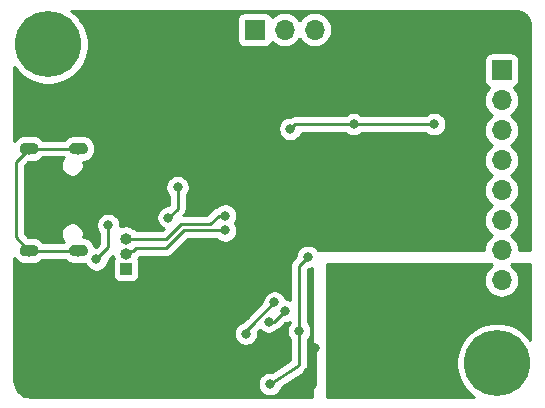
<source format=gbr>
G04 #@! TF.GenerationSoftware,KiCad,Pcbnew,(5.1.2-1)-1*
G04 #@! TF.CreationDate,2020-06-07T21:53:54+02:00*
G04 #@! TF.ProjectId,TeensyTest,5465656e-7379-4546-9573-742e6b696361,rev?*
G04 #@! TF.SameCoordinates,Original*
G04 #@! TF.FileFunction,Copper,L2,Bot*
G04 #@! TF.FilePolarity,Positive*
%FSLAX46Y46*%
G04 Gerber Fmt 4.6, Leading zero omitted, Abs format (unit mm)*
G04 Created by KiCad (PCBNEW (5.1.2-1)-1) date 2020-06-07 21:53:54*
%MOMM*%
%LPD*%
G04 APERTURE LIST*
%ADD10C,0.100000*%
%ADD11C,1.000000*%
%ADD12O,1.000000X1.000000*%
%ADD13R,1.000000X1.000000*%
%ADD14C,5.600000*%
%ADD15O,1.700000X1.700000*%
%ADD16R,1.700000X1.700000*%
%ADD17C,0.800000*%
%ADD18C,0.250000*%
%ADD19C,0.254000*%
G04 APERTURE END LIST*
D10*
G36*
X17849009Y-47682407D02*
G01*
X17897545Y-47689606D01*
X17945142Y-47701529D01*
X17991342Y-47718059D01*
X18035698Y-47739038D01*
X18077785Y-47764264D01*
X18117197Y-47793494D01*
X18153553Y-47826446D01*
X18186505Y-47862802D01*
X18215735Y-47902214D01*
X18240961Y-47944301D01*
X18261940Y-47988657D01*
X18278470Y-48034857D01*
X18290393Y-48082454D01*
X18297592Y-48130990D01*
X18300000Y-48179999D01*
X18300000Y-48180001D01*
X18297592Y-48229010D01*
X18290393Y-48277546D01*
X18278470Y-48325143D01*
X18261940Y-48371343D01*
X18240961Y-48415699D01*
X18215735Y-48457786D01*
X18186505Y-48497198D01*
X18153553Y-48533554D01*
X18117197Y-48566506D01*
X18077785Y-48595736D01*
X18035698Y-48620962D01*
X17991342Y-48641941D01*
X17945142Y-48658471D01*
X17897545Y-48670394D01*
X17849009Y-48677593D01*
X17800000Y-48680001D01*
X17200000Y-48680001D01*
X17150991Y-48677593D01*
X17102455Y-48670394D01*
X17054858Y-48658471D01*
X17008658Y-48641941D01*
X16964302Y-48620962D01*
X16922215Y-48595736D01*
X16882803Y-48566506D01*
X16846447Y-48533554D01*
X16813495Y-48497198D01*
X16784265Y-48457786D01*
X16759039Y-48415699D01*
X16738060Y-48371343D01*
X16721530Y-48325143D01*
X16709607Y-48277546D01*
X16702408Y-48229010D01*
X16700000Y-48180001D01*
X16700000Y-48179999D01*
X16702408Y-48130990D01*
X16709607Y-48082454D01*
X16721530Y-48034857D01*
X16738060Y-47988657D01*
X16759039Y-47944301D01*
X16784265Y-47902214D01*
X16813495Y-47862802D01*
X16846447Y-47826446D01*
X16882803Y-47793494D01*
X16922215Y-47764264D01*
X16964302Y-47739038D01*
X17008658Y-47718059D01*
X17054858Y-47701529D01*
X17102455Y-47689606D01*
X17150991Y-47682407D01*
X17200000Y-47679999D01*
X17800000Y-47679999D01*
X17849009Y-47682407D01*
X17849009Y-47682407D01*
G37*
D11*
X17500000Y-48180000D03*
D10*
G36*
X17849009Y-56322407D02*
G01*
X17897545Y-56329606D01*
X17945142Y-56341529D01*
X17991342Y-56358059D01*
X18035698Y-56379038D01*
X18077785Y-56404264D01*
X18117197Y-56433494D01*
X18153553Y-56466446D01*
X18186505Y-56502802D01*
X18215735Y-56542214D01*
X18240961Y-56584301D01*
X18261940Y-56628657D01*
X18278470Y-56674857D01*
X18290393Y-56722454D01*
X18297592Y-56770990D01*
X18300000Y-56819999D01*
X18300000Y-56820001D01*
X18297592Y-56869010D01*
X18290393Y-56917546D01*
X18278470Y-56965143D01*
X18261940Y-57011343D01*
X18240961Y-57055699D01*
X18215735Y-57097786D01*
X18186505Y-57137198D01*
X18153553Y-57173554D01*
X18117197Y-57206506D01*
X18077785Y-57235736D01*
X18035698Y-57260962D01*
X17991342Y-57281941D01*
X17945142Y-57298471D01*
X17897545Y-57310394D01*
X17849009Y-57317593D01*
X17800000Y-57320001D01*
X17200000Y-57320001D01*
X17150991Y-57317593D01*
X17102455Y-57310394D01*
X17054858Y-57298471D01*
X17008658Y-57281941D01*
X16964302Y-57260962D01*
X16922215Y-57235736D01*
X16882803Y-57206506D01*
X16846447Y-57173554D01*
X16813495Y-57137198D01*
X16784265Y-57097786D01*
X16759039Y-57055699D01*
X16738060Y-57011343D01*
X16721530Y-56965143D01*
X16709607Y-56917546D01*
X16702408Y-56869010D01*
X16700000Y-56820001D01*
X16700000Y-56819999D01*
X16702408Y-56770990D01*
X16709607Y-56722454D01*
X16721530Y-56674857D01*
X16738060Y-56628657D01*
X16759039Y-56584301D01*
X16784265Y-56542214D01*
X16813495Y-56502802D01*
X16846447Y-56466446D01*
X16882803Y-56433494D01*
X16922215Y-56404264D01*
X16964302Y-56379038D01*
X17008658Y-56358059D01*
X17054858Y-56341529D01*
X17102455Y-56329606D01*
X17150991Y-56322407D01*
X17200000Y-56319999D01*
X17800000Y-56319999D01*
X17849009Y-56322407D01*
X17849009Y-56322407D01*
G37*
D11*
X17500000Y-56820000D03*
D10*
G36*
X22029009Y-56322407D02*
G01*
X22077545Y-56329606D01*
X22125142Y-56341529D01*
X22171342Y-56358059D01*
X22215698Y-56379038D01*
X22257785Y-56404264D01*
X22297197Y-56433494D01*
X22333553Y-56466446D01*
X22366505Y-56502802D01*
X22395735Y-56542214D01*
X22420961Y-56584301D01*
X22441940Y-56628657D01*
X22458470Y-56674857D01*
X22470393Y-56722454D01*
X22477592Y-56770990D01*
X22480000Y-56819999D01*
X22480000Y-56820001D01*
X22477592Y-56869010D01*
X22470393Y-56917546D01*
X22458470Y-56965143D01*
X22441940Y-57011343D01*
X22420961Y-57055699D01*
X22395735Y-57097786D01*
X22366505Y-57137198D01*
X22333553Y-57173554D01*
X22297197Y-57206506D01*
X22257785Y-57235736D01*
X22215698Y-57260962D01*
X22171342Y-57281941D01*
X22125142Y-57298471D01*
X22077545Y-57310394D01*
X22029009Y-57317593D01*
X21980000Y-57320001D01*
X21380000Y-57320001D01*
X21330991Y-57317593D01*
X21282455Y-57310394D01*
X21234858Y-57298471D01*
X21188658Y-57281941D01*
X21144302Y-57260962D01*
X21102215Y-57235736D01*
X21062803Y-57206506D01*
X21026447Y-57173554D01*
X20993495Y-57137198D01*
X20964265Y-57097786D01*
X20939039Y-57055699D01*
X20918060Y-57011343D01*
X20901530Y-56965143D01*
X20889607Y-56917546D01*
X20882408Y-56869010D01*
X20880000Y-56820001D01*
X20880000Y-56819999D01*
X20882408Y-56770990D01*
X20889607Y-56722454D01*
X20901530Y-56674857D01*
X20918060Y-56628657D01*
X20939039Y-56584301D01*
X20964265Y-56542214D01*
X20993495Y-56502802D01*
X21026447Y-56466446D01*
X21062803Y-56433494D01*
X21102215Y-56404264D01*
X21144302Y-56379038D01*
X21188658Y-56358059D01*
X21234858Y-56341529D01*
X21282455Y-56329606D01*
X21330991Y-56322407D01*
X21380000Y-56319999D01*
X21980000Y-56319999D01*
X22029009Y-56322407D01*
X22029009Y-56322407D01*
G37*
D11*
X21680000Y-56820000D03*
D10*
G36*
X22029009Y-47682407D02*
G01*
X22077545Y-47689606D01*
X22125142Y-47701529D01*
X22171342Y-47718059D01*
X22215698Y-47739038D01*
X22257785Y-47764264D01*
X22297197Y-47793494D01*
X22333553Y-47826446D01*
X22366505Y-47862802D01*
X22395735Y-47902214D01*
X22420961Y-47944301D01*
X22441940Y-47988657D01*
X22458470Y-48034857D01*
X22470393Y-48082454D01*
X22477592Y-48130990D01*
X22480000Y-48179999D01*
X22480000Y-48180001D01*
X22477592Y-48229010D01*
X22470393Y-48277546D01*
X22458470Y-48325143D01*
X22441940Y-48371343D01*
X22420961Y-48415699D01*
X22395735Y-48457786D01*
X22366505Y-48497198D01*
X22333553Y-48533554D01*
X22297197Y-48566506D01*
X22257785Y-48595736D01*
X22215698Y-48620962D01*
X22171342Y-48641941D01*
X22125142Y-48658471D01*
X22077545Y-48670394D01*
X22029009Y-48677593D01*
X21980000Y-48680001D01*
X21380000Y-48680001D01*
X21330991Y-48677593D01*
X21282455Y-48670394D01*
X21234858Y-48658471D01*
X21188658Y-48641941D01*
X21144302Y-48620962D01*
X21102215Y-48595736D01*
X21062803Y-48566506D01*
X21026447Y-48533554D01*
X20993495Y-48497198D01*
X20964265Y-48457786D01*
X20939039Y-48415699D01*
X20918060Y-48371343D01*
X20901530Y-48325143D01*
X20889607Y-48277546D01*
X20882408Y-48229010D01*
X20880000Y-48180001D01*
X20880000Y-48179999D01*
X20882408Y-48130990D01*
X20889607Y-48082454D01*
X20901530Y-48034857D01*
X20918060Y-47988657D01*
X20939039Y-47944301D01*
X20964265Y-47902214D01*
X20993495Y-47862802D01*
X21026447Y-47826446D01*
X21062803Y-47793494D01*
X21102215Y-47764264D01*
X21144302Y-47739038D01*
X21188658Y-47718059D01*
X21234858Y-47701529D01*
X21282455Y-47689606D01*
X21330991Y-47682407D01*
X21380000Y-47679999D01*
X21980000Y-47679999D01*
X22029009Y-47682407D01*
X22029009Y-47682407D01*
G37*
D11*
X21680000Y-48180000D03*
D12*
X25700000Y-55820000D03*
X25700000Y-57090000D03*
D13*
X25700000Y-58360000D03*
D14*
X57100000Y-66360000D03*
X19100000Y-39360000D03*
D15*
X41680000Y-38110000D03*
X39140000Y-38110000D03*
D16*
X36600000Y-38110000D03*
D15*
X57500000Y-59320000D03*
X57500000Y-56780000D03*
X57500000Y-54240000D03*
X57500000Y-51700000D03*
X57500000Y-49160000D03*
X57500000Y-46620000D03*
X57500000Y-44080000D03*
D16*
X57500000Y-41540000D03*
D17*
X28300000Y-43910000D03*
X31100000Y-46360000D03*
X26600000Y-44610000D03*
X28300000Y-42660000D03*
X26850000Y-42860000D03*
X35600000Y-61610000D03*
X49600000Y-48110000D03*
X29350000Y-65110000D03*
X28460000Y-48520000D03*
X32590000Y-43800000D03*
X41720000Y-65090000D03*
X41139999Y-67139999D03*
X27100000Y-57860000D03*
X34800000Y-56560000D03*
X51600000Y-65860000D03*
X51600000Y-67860000D03*
X44020000Y-65870000D03*
X30075000Y-51460000D03*
X29300000Y-54035000D03*
X40350000Y-63610000D03*
X41100000Y-57360000D03*
X37890000Y-68120000D03*
X39140000Y-61950000D03*
X37767660Y-62832340D03*
X38271168Y-61206723D03*
X35850000Y-63860000D03*
X34100000Y-55110000D03*
X34100000Y-53859987D03*
X39610000Y-46510000D03*
X44970000Y-46110000D03*
X51790000Y-46110000D03*
X24200000Y-54660000D03*
X23200000Y-57560000D03*
D18*
X41720000Y-65090000D02*
X41720000Y-67125683D01*
X41705684Y-67139999D02*
X41720000Y-67125683D01*
X41139999Y-67139999D02*
X41705684Y-67139999D01*
X41705684Y-67139999D02*
X41705684Y-68184316D01*
X41705684Y-68184316D02*
X41220000Y-68670000D01*
X30075000Y-52885000D02*
X30075000Y-51460000D01*
X30075000Y-53260000D02*
X30075000Y-52885000D01*
X29300000Y-54035000D02*
X30075000Y-53260000D01*
X17500000Y-48180000D02*
X21680000Y-48180000D01*
X17500000Y-56820000D02*
X21680000Y-56820000D01*
X17500000Y-48180000D02*
X16350000Y-49330000D01*
X16350000Y-55670000D02*
X17500000Y-56820000D01*
X16350000Y-49330000D02*
X16350000Y-55670000D01*
X41100000Y-57360000D02*
X40600000Y-57860000D01*
X40350000Y-58110000D02*
X40350000Y-63610000D01*
X40600000Y-57860000D02*
X40350000Y-58110000D01*
X40350000Y-65360000D02*
X40350000Y-63610000D01*
X40350000Y-66510000D02*
X40350000Y-65360000D01*
X37890000Y-68120000D02*
X40350000Y-66510000D01*
X39140000Y-61950000D02*
X38257660Y-62832340D01*
X38257660Y-62832340D02*
X37767660Y-62832340D01*
X36350000Y-63127891D02*
X38271168Y-61206723D01*
X36350000Y-63127891D02*
X36332109Y-63127891D01*
X36332109Y-63127891D02*
X36100000Y-63360000D01*
X36100000Y-63360000D02*
X35850000Y-63610000D01*
X26525000Y-56610000D02*
X29100000Y-56610000D01*
X30600000Y-55110000D02*
X34100000Y-55110000D01*
X29100000Y-56610000D02*
X30600000Y-55110000D01*
X26301040Y-56860000D02*
X25700000Y-56860000D01*
X26525000Y-56636040D02*
X26301040Y-56860000D01*
X26525000Y-56610000D02*
X26525000Y-56636040D01*
X30350000Y-54610000D02*
X32784302Y-54610000D01*
X29100000Y-55860000D02*
X30350000Y-54610000D01*
X33534315Y-53859987D02*
X34100000Y-53859987D01*
X32784302Y-54610000D02*
X33534315Y-53859987D01*
X25700000Y-55860000D02*
X29100000Y-55860000D01*
X40010000Y-46110000D02*
X44970000Y-46110000D01*
X39610000Y-46510000D02*
X40010000Y-46110000D01*
X44970000Y-46110000D02*
X51790000Y-46110000D01*
X24200000Y-54660000D02*
X24200000Y-55225685D01*
X24200000Y-56560000D02*
X23200000Y-57560000D01*
X24200000Y-55225685D02*
X24200000Y-56560000D01*
D19*
G36*
X58859659Y-36548625D02*
G01*
X59109429Y-36624035D01*
X59339792Y-36746522D01*
X59541980Y-36911422D01*
X59708286Y-37112450D01*
X59832378Y-37341954D01*
X59909531Y-37591195D01*
X59940000Y-37881089D01*
X59940001Y-56733000D01*
X58987556Y-56733000D01*
X58963513Y-56488889D01*
X58878599Y-56208966D01*
X58740706Y-55950986D01*
X58555134Y-55724866D01*
X58329014Y-55539294D01*
X58274209Y-55510000D01*
X58329014Y-55480706D01*
X58555134Y-55295134D01*
X58740706Y-55069014D01*
X58878599Y-54811034D01*
X58963513Y-54531111D01*
X58992185Y-54240000D01*
X58963513Y-53948889D01*
X58878599Y-53668966D01*
X58740706Y-53410986D01*
X58555134Y-53184866D01*
X58329014Y-52999294D01*
X58274209Y-52970000D01*
X58329014Y-52940706D01*
X58555134Y-52755134D01*
X58740706Y-52529014D01*
X58878599Y-52271034D01*
X58963513Y-51991111D01*
X58992185Y-51700000D01*
X58963513Y-51408889D01*
X58878599Y-51128966D01*
X58740706Y-50870986D01*
X58555134Y-50644866D01*
X58329014Y-50459294D01*
X58274209Y-50430000D01*
X58329014Y-50400706D01*
X58555134Y-50215134D01*
X58740706Y-49989014D01*
X58878599Y-49731034D01*
X58963513Y-49451111D01*
X58992185Y-49160000D01*
X58963513Y-48868889D01*
X58878599Y-48588966D01*
X58740706Y-48330986D01*
X58555134Y-48104866D01*
X58329014Y-47919294D01*
X58274209Y-47890000D01*
X58329014Y-47860706D01*
X58555134Y-47675134D01*
X58740706Y-47449014D01*
X58878599Y-47191034D01*
X58963513Y-46911111D01*
X58992185Y-46620000D01*
X58963513Y-46328889D01*
X58878599Y-46048966D01*
X58740706Y-45790986D01*
X58555134Y-45564866D01*
X58329014Y-45379294D01*
X58274209Y-45350000D01*
X58329014Y-45320706D01*
X58555134Y-45135134D01*
X58740706Y-44909014D01*
X58878599Y-44651034D01*
X58963513Y-44371111D01*
X58992185Y-44080000D01*
X58963513Y-43788889D01*
X58878599Y-43508966D01*
X58740706Y-43250986D01*
X58555134Y-43024866D01*
X58525313Y-43000393D01*
X58594180Y-42979502D01*
X58704494Y-42920537D01*
X58801185Y-42841185D01*
X58880537Y-42744494D01*
X58939502Y-42634180D01*
X58975812Y-42514482D01*
X58988072Y-42390000D01*
X58988072Y-40690000D01*
X58975812Y-40565518D01*
X58939502Y-40445820D01*
X58880537Y-40335506D01*
X58801185Y-40238815D01*
X58704494Y-40159463D01*
X58594180Y-40100498D01*
X58474482Y-40064188D01*
X58350000Y-40051928D01*
X56650000Y-40051928D01*
X56525518Y-40064188D01*
X56405820Y-40100498D01*
X56295506Y-40159463D01*
X56198815Y-40238815D01*
X56119463Y-40335506D01*
X56060498Y-40445820D01*
X56024188Y-40565518D01*
X56011928Y-40690000D01*
X56011928Y-42390000D01*
X56024188Y-42514482D01*
X56060498Y-42634180D01*
X56119463Y-42744494D01*
X56198815Y-42841185D01*
X56295506Y-42920537D01*
X56405820Y-42979502D01*
X56474687Y-43000393D01*
X56444866Y-43024866D01*
X56259294Y-43250986D01*
X56121401Y-43508966D01*
X56036487Y-43788889D01*
X56007815Y-44080000D01*
X56036487Y-44371111D01*
X56121401Y-44651034D01*
X56259294Y-44909014D01*
X56444866Y-45135134D01*
X56670986Y-45320706D01*
X56725791Y-45350000D01*
X56670986Y-45379294D01*
X56444866Y-45564866D01*
X56259294Y-45790986D01*
X56121401Y-46048966D01*
X56036487Y-46328889D01*
X56007815Y-46620000D01*
X56036487Y-46911111D01*
X56121401Y-47191034D01*
X56259294Y-47449014D01*
X56444866Y-47675134D01*
X56670986Y-47860706D01*
X56725791Y-47890000D01*
X56670986Y-47919294D01*
X56444866Y-48104866D01*
X56259294Y-48330986D01*
X56121401Y-48588966D01*
X56036487Y-48868889D01*
X56007815Y-49160000D01*
X56036487Y-49451111D01*
X56121401Y-49731034D01*
X56259294Y-49989014D01*
X56444866Y-50215134D01*
X56670986Y-50400706D01*
X56725791Y-50430000D01*
X56670986Y-50459294D01*
X56444866Y-50644866D01*
X56259294Y-50870986D01*
X56121401Y-51128966D01*
X56036487Y-51408889D01*
X56007815Y-51700000D01*
X56036487Y-51991111D01*
X56121401Y-52271034D01*
X56259294Y-52529014D01*
X56444866Y-52755134D01*
X56670986Y-52940706D01*
X56725791Y-52970000D01*
X56670986Y-52999294D01*
X56444866Y-53184866D01*
X56259294Y-53410986D01*
X56121401Y-53668966D01*
X56036487Y-53948889D01*
X56007815Y-54240000D01*
X56036487Y-54531111D01*
X56121401Y-54811034D01*
X56259294Y-55069014D01*
X56444866Y-55295134D01*
X56670986Y-55480706D01*
X56725791Y-55510000D01*
X56670986Y-55539294D01*
X56444866Y-55724866D01*
X56259294Y-55950986D01*
X56121401Y-56208966D01*
X56036487Y-56488889D01*
X56012444Y-56733000D01*
X41925836Y-56733000D01*
X41903937Y-56700226D01*
X41759774Y-56556063D01*
X41590256Y-56442795D01*
X41401898Y-56364774D01*
X41201939Y-56325000D01*
X40998061Y-56325000D01*
X40798102Y-56364774D01*
X40609744Y-56442795D01*
X40440226Y-56556063D01*
X40296063Y-56700226D01*
X40182795Y-56869744D01*
X40104774Y-57058102D01*
X40065000Y-57258061D01*
X40065000Y-57320198D01*
X39839002Y-57546197D01*
X39809999Y-57569999D01*
X39754871Y-57637174D01*
X39715026Y-57685724D01*
X39644455Y-57817753D01*
X39644454Y-57817754D01*
X39600997Y-57961015D01*
X39590000Y-58072668D01*
X39590000Y-58072678D01*
X39586324Y-58110000D01*
X39590000Y-58147323D01*
X39590001Y-61016121D01*
X39441898Y-60954774D01*
X39269509Y-60920484D01*
X39266394Y-60904825D01*
X39188373Y-60716467D01*
X39075105Y-60546949D01*
X38930942Y-60402786D01*
X38761424Y-60289518D01*
X38573066Y-60211497D01*
X38373107Y-60171723D01*
X38169229Y-60171723D01*
X37969270Y-60211497D01*
X37780912Y-60289518D01*
X37611394Y-60402786D01*
X37467231Y-60546949D01*
X37353963Y-60716467D01*
X37275942Y-60904825D01*
X37236168Y-61104784D01*
X37236168Y-61166921D01*
X35912860Y-62490230D01*
X35907833Y-62492917D01*
X35792108Y-62587890D01*
X35768305Y-62616894D01*
X35589003Y-62796196D01*
X35588997Y-62796201D01*
X35500853Y-62884345D01*
X35359744Y-62942795D01*
X35190226Y-63056063D01*
X35046063Y-63200226D01*
X34932795Y-63369744D01*
X34854774Y-63558102D01*
X34815000Y-63758061D01*
X34815000Y-63961939D01*
X34854774Y-64161898D01*
X34932795Y-64350256D01*
X35046063Y-64519774D01*
X35190226Y-64663937D01*
X35359744Y-64777205D01*
X35548102Y-64855226D01*
X35748061Y-64895000D01*
X35951939Y-64895000D01*
X36151898Y-64855226D01*
X36340256Y-64777205D01*
X36509774Y-64663937D01*
X36653937Y-64519774D01*
X36767205Y-64350256D01*
X36845226Y-64161898D01*
X36885000Y-63961939D01*
X36885000Y-63758061D01*
X36870283Y-63684074D01*
X36890001Y-63667892D01*
X36913804Y-63638888D01*
X37012151Y-63540542D01*
X37107886Y-63636277D01*
X37277404Y-63749545D01*
X37465762Y-63827566D01*
X37665721Y-63867340D01*
X37869599Y-63867340D01*
X38069558Y-63827566D01*
X38257916Y-63749545D01*
X38427434Y-63636277D01*
X38515339Y-63548372D01*
X38549907Y-63537886D01*
X38681936Y-63467314D01*
X38797661Y-63372341D01*
X38821463Y-63343338D01*
X39179801Y-62985000D01*
X39241939Y-62985000D01*
X39441898Y-62945226D01*
X39590001Y-62883879D01*
X39590001Y-62906288D01*
X39546063Y-62950226D01*
X39432795Y-63119744D01*
X39354774Y-63308102D01*
X39315000Y-63508061D01*
X39315000Y-63711939D01*
X39354774Y-63911898D01*
X39432795Y-64100256D01*
X39546063Y-64269774D01*
X39590001Y-64313712D01*
X39590000Y-65397332D01*
X39590001Y-65397342D01*
X39590000Y-66099101D01*
X38062232Y-67098982D01*
X37991939Y-67085000D01*
X37788061Y-67085000D01*
X37588102Y-67124774D01*
X37399744Y-67202795D01*
X37230226Y-67316063D01*
X37086063Y-67460226D01*
X36972795Y-67629744D01*
X36894774Y-67818102D01*
X36855000Y-68018061D01*
X36855000Y-68221939D01*
X36894774Y-68421898D01*
X36972795Y-68610256D01*
X37086063Y-68779774D01*
X37230226Y-68923937D01*
X37399744Y-69037205D01*
X37588102Y-69115226D01*
X37788061Y-69155000D01*
X37991939Y-69155000D01*
X38191898Y-69115226D01*
X38380256Y-69037205D01*
X38549774Y-68923937D01*
X38693937Y-68779774D01*
X38807205Y-68610256D01*
X38885226Y-68421898D01*
X38895505Y-68370223D01*
X40737994Y-67164367D01*
X40774275Y-67144974D01*
X40829294Y-67099821D01*
X40884826Y-67055127D01*
X40887174Y-67052321D01*
X40890001Y-67050001D01*
X40935170Y-66994962D01*
X40980899Y-66940313D01*
X40982655Y-66937102D01*
X40984974Y-66934276D01*
X41018563Y-66871437D01*
X41052726Y-66808962D01*
X41053820Y-66805477D01*
X41055546Y-66802247D01*
X41076239Y-66734029D01*
X41097548Y-66666122D01*
X41097941Y-66662487D01*
X41099003Y-66658986D01*
X41105992Y-66588024D01*
X41113641Y-66517283D01*
X41110000Y-66476309D01*
X41110000Y-64313711D01*
X41153937Y-64269774D01*
X41267205Y-64100256D01*
X41345226Y-63911898D01*
X41385000Y-63711939D01*
X41385000Y-63508061D01*
X41345226Y-63308102D01*
X41267205Y-63119744D01*
X41153937Y-62950226D01*
X41110000Y-62906289D01*
X41110000Y-58424802D01*
X41139802Y-58395000D01*
X41201939Y-58395000D01*
X41401898Y-58355226D01*
X41473000Y-58325774D01*
X41473000Y-69200000D01*
X17632279Y-69200000D01*
X17340340Y-69171375D01*
X17090571Y-69095965D01*
X16860206Y-68973477D01*
X16658021Y-68808579D01*
X16491712Y-68607546D01*
X16367622Y-68378046D01*
X16290469Y-68128805D01*
X16260000Y-67838911D01*
X16260000Y-57459922D01*
X16395262Y-57624739D01*
X16567721Y-57766273D01*
X16764479Y-57871442D01*
X16977973Y-57936205D01*
X17200000Y-57958073D01*
X17800000Y-57958073D01*
X18022027Y-57936205D01*
X18235521Y-57871442D01*
X18432279Y-57766273D01*
X18604738Y-57624739D01*
X18641454Y-57580000D01*
X20538546Y-57580000D01*
X20575262Y-57624739D01*
X20747721Y-57766273D01*
X20944479Y-57871442D01*
X21157973Y-57936205D01*
X21380000Y-57958073D01*
X21980000Y-57958073D01*
X22202027Y-57936205D01*
X22231811Y-57927170D01*
X22282795Y-58050256D01*
X22396063Y-58219774D01*
X22540226Y-58363937D01*
X22709744Y-58477205D01*
X22898102Y-58555226D01*
X23098061Y-58595000D01*
X23301939Y-58595000D01*
X23501898Y-58555226D01*
X23690256Y-58477205D01*
X23859774Y-58363937D01*
X24003937Y-58219774D01*
X24117205Y-58050256D01*
X24195226Y-57861898D01*
X24235000Y-57661939D01*
X24235000Y-57599801D01*
X24576122Y-57258680D01*
X24581423Y-57312499D01*
X24646324Y-57526447D01*
X24652297Y-57537621D01*
X24610498Y-57615820D01*
X24574188Y-57735518D01*
X24561928Y-57860000D01*
X24561928Y-58860000D01*
X24574188Y-58984482D01*
X24610498Y-59104180D01*
X24669463Y-59214494D01*
X24748815Y-59311185D01*
X24845506Y-59390537D01*
X24955820Y-59449502D01*
X25075518Y-59485812D01*
X25200000Y-59498072D01*
X26200000Y-59498072D01*
X26324482Y-59485812D01*
X26444180Y-59449502D01*
X26554494Y-59390537D01*
X26651185Y-59311185D01*
X26730537Y-59214494D01*
X26789502Y-59104180D01*
X26825812Y-58984482D01*
X26838072Y-58860000D01*
X26838072Y-57860000D01*
X26825812Y-57735518D01*
X26789502Y-57615820D01*
X26747703Y-57537621D01*
X26753676Y-57526447D01*
X26775789Y-57453552D01*
X26841041Y-57400001D01*
X26864844Y-57370997D01*
X26865841Y-57370000D01*
X29062678Y-57370000D01*
X29100000Y-57373676D01*
X29137322Y-57370000D01*
X29137333Y-57370000D01*
X29248986Y-57359003D01*
X29392247Y-57315546D01*
X29524276Y-57244974D01*
X29640001Y-57150001D01*
X29663804Y-57120997D01*
X30914802Y-55870000D01*
X33396289Y-55870000D01*
X33440226Y-55913937D01*
X33609744Y-56027205D01*
X33798102Y-56105226D01*
X33998061Y-56145000D01*
X34201939Y-56145000D01*
X34401898Y-56105226D01*
X34590256Y-56027205D01*
X34759774Y-55913937D01*
X34903937Y-55769774D01*
X35017205Y-55600256D01*
X35095226Y-55411898D01*
X35135000Y-55211939D01*
X35135000Y-55008061D01*
X35095226Y-54808102D01*
X35017205Y-54619744D01*
X34927168Y-54484994D01*
X35017205Y-54350243D01*
X35095226Y-54161885D01*
X35135000Y-53961926D01*
X35135000Y-53758048D01*
X35095226Y-53558089D01*
X35017205Y-53369731D01*
X34903937Y-53200213D01*
X34759774Y-53056050D01*
X34590256Y-52942782D01*
X34401898Y-52864761D01*
X34201939Y-52824987D01*
X33998061Y-52824987D01*
X33798102Y-52864761D01*
X33609744Y-52942782D01*
X33440226Y-53056050D01*
X33385276Y-53111000D01*
X33242068Y-53154441D01*
X33110039Y-53225013D01*
X32994314Y-53319986D01*
X32970516Y-53348985D01*
X32469501Y-53850000D01*
X30559802Y-53850000D01*
X30586004Y-53823798D01*
X30615001Y-53800001D01*
X30709974Y-53684276D01*
X30780546Y-53552247D01*
X30824003Y-53408986D01*
X30835000Y-53297333D01*
X30835000Y-53297332D01*
X30838677Y-53260000D01*
X30835000Y-53222667D01*
X30835000Y-52163711D01*
X30878937Y-52119774D01*
X30992205Y-51950256D01*
X31070226Y-51761898D01*
X31110000Y-51561939D01*
X31110000Y-51358061D01*
X31070226Y-51158102D01*
X30992205Y-50969744D01*
X30878937Y-50800226D01*
X30734774Y-50656063D01*
X30565256Y-50542795D01*
X30376898Y-50464774D01*
X30176939Y-50425000D01*
X29973061Y-50425000D01*
X29773102Y-50464774D01*
X29584744Y-50542795D01*
X29415226Y-50656063D01*
X29271063Y-50800226D01*
X29157795Y-50969744D01*
X29079774Y-51158102D01*
X29040000Y-51358061D01*
X29040000Y-51561939D01*
X29079774Y-51761898D01*
X29157795Y-51950256D01*
X29271063Y-52119774D01*
X29315001Y-52163712D01*
X29315000Y-52847666D01*
X29315000Y-52945198D01*
X29260198Y-53000000D01*
X29198061Y-53000000D01*
X28998102Y-53039774D01*
X28809744Y-53117795D01*
X28640226Y-53231063D01*
X28496063Y-53375226D01*
X28382795Y-53544744D01*
X28304774Y-53733102D01*
X28265000Y-53933061D01*
X28265000Y-54136939D01*
X28304774Y-54336898D01*
X28382795Y-54525256D01*
X28496063Y-54694774D01*
X28640226Y-54838937D01*
X28809744Y-54952205D01*
X28896895Y-54988304D01*
X28785199Y-55100000D01*
X26577396Y-55100000D01*
X26506449Y-55013551D01*
X26333623Y-54871716D01*
X26136447Y-54766324D01*
X25922499Y-54701423D01*
X25755752Y-54685000D01*
X25644248Y-54685000D01*
X25477501Y-54701423D01*
X25263553Y-54766324D01*
X25230627Y-54783923D01*
X25235000Y-54761939D01*
X25235000Y-54558061D01*
X25195226Y-54358102D01*
X25117205Y-54169744D01*
X25003937Y-54000226D01*
X24859774Y-53856063D01*
X24690256Y-53742795D01*
X24501898Y-53664774D01*
X24301939Y-53625000D01*
X24098061Y-53625000D01*
X23898102Y-53664774D01*
X23709744Y-53742795D01*
X23540226Y-53856063D01*
X23396063Y-54000226D01*
X23282795Y-54169744D01*
X23204774Y-54358102D01*
X23165000Y-54558061D01*
X23165000Y-54761939D01*
X23204774Y-54961898D01*
X23282795Y-55150256D01*
X23396063Y-55319774D01*
X23440000Y-55363711D01*
X23440001Y-56245197D01*
X23160199Y-56525000D01*
X23098061Y-56525000D01*
X23075433Y-56529501D01*
X23031441Y-56384478D01*
X22926272Y-56187720D01*
X22784738Y-56015261D01*
X22612279Y-55873727D01*
X22415521Y-55768558D01*
X22202027Y-55703795D01*
X22068700Y-55690663D01*
X22073108Y-55680022D01*
X22110000Y-55494552D01*
X22110000Y-55305448D01*
X22073108Y-55119978D01*
X22000741Y-54945269D01*
X21895681Y-54788036D01*
X21761964Y-54654319D01*
X21604731Y-54549259D01*
X21430022Y-54476892D01*
X21244552Y-54440000D01*
X21055448Y-54440000D01*
X20869978Y-54476892D01*
X20695269Y-54549259D01*
X20538036Y-54654319D01*
X20404319Y-54788036D01*
X20299259Y-54945269D01*
X20226892Y-55119978D01*
X20190000Y-55305448D01*
X20190000Y-55494552D01*
X20226892Y-55680022D01*
X20299259Y-55854731D01*
X20404319Y-56011964D01*
X20452355Y-56060000D01*
X18641454Y-56060000D01*
X18604738Y-56015261D01*
X18432279Y-55873727D01*
X18235521Y-55768558D01*
X18022027Y-55703795D01*
X17800000Y-55681927D01*
X17436728Y-55681927D01*
X17110000Y-55355199D01*
X17110000Y-49644801D01*
X17436728Y-49318073D01*
X17800000Y-49318073D01*
X18022027Y-49296205D01*
X18235521Y-49231442D01*
X18432279Y-49126273D01*
X18604738Y-48984739D01*
X18641454Y-48940000D01*
X20452355Y-48940000D01*
X20404319Y-48988036D01*
X20299259Y-49145269D01*
X20226892Y-49319978D01*
X20190000Y-49505448D01*
X20190000Y-49694552D01*
X20226892Y-49880022D01*
X20299259Y-50054731D01*
X20404319Y-50211964D01*
X20538036Y-50345681D01*
X20695269Y-50450741D01*
X20869978Y-50523108D01*
X21055448Y-50560000D01*
X21244552Y-50560000D01*
X21430022Y-50523108D01*
X21604731Y-50450741D01*
X21761964Y-50345681D01*
X21895681Y-50211964D01*
X22000741Y-50054731D01*
X22073108Y-49880022D01*
X22110000Y-49694552D01*
X22110000Y-49505448D01*
X22073108Y-49319978D01*
X22068700Y-49309337D01*
X22202027Y-49296205D01*
X22415521Y-49231442D01*
X22612279Y-49126273D01*
X22784738Y-48984739D01*
X22926272Y-48812280D01*
X23031441Y-48615522D01*
X23096204Y-48402028D01*
X23118072Y-48180001D01*
X23118072Y-48179999D01*
X23096204Y-47957972D01*
X23031441Y-47744478D01*
X22926272Y-47547720D01*
X22784738Y-47375261D01*
X22612279Y-47233727D01*
X22415521Y-47128558D01*
X22202027Y-47063795D01*
X21980000Y-47041927D01*
X21380000Y-47041927D01*
X21157973Y-47063795D01*
X20944479Y-47128558D01*
X20747721Y-47233727D01*
X20575262Y-47375261D01*
X20538546Y-47420000D01*
X18641454Y-47420000D01*
X18604738Y-47375261D01*
X18432279Y-47233727D01*
X18235521Y-47128558D01*
X18022027Y-47063795D01*
X17800000Y-47041927D01*
X17200000Y-47041927D01*
X16977973Y-47063795D01*
X16764479Y-47128558D01*
X16567721Y-47233727D01*
X16395262Y-47375261D01*
X16260000Y-47540078D01*
X16260000Y-46408061D01*
X38575000Y-46408061D01*
X38575000Y-46611939D01*
X38614774Y-46811898D01*
X38692795Y-47000256D01*
X38806063Y-47169774D01*
X38950226Y-47313937D01*
X39119744Y-47427205D01*
X39308102Y-47505226D01*
X39508061Y-47545000D01*
X39711939Y-47545000D01*
X39911898Y-47505226D01*
X40100256Y-47427205D01*
X40269774Y-47313937D01*
X40413937Y-47169774D01*
X40527205Y-47000256D01*
X40581159Y-46870000D01*
X44266289Y-46870000D01*
X44310226Y-46913937D01*
X44479744Y-47027205D01*
X44668102Y-47105226D01*
X44868061Y-47145000D01*
X45071939Y-47145000D01*
X45271898Y-47105226D01*
X45460256Y-47027205D01*
X45629774Y-46913937D01*
X45673711Y-46870000D01*
X51086289Y-46870000D01*
X51130226Y-46913937D01*
X51299744Y-47027205D01*
X51488102Y-47105226D01*
X51688061Y-47145000D01*
X51891939Y-47145000D01*
X52091898Y-47105226D01*
X52280256Y-47027205D01*
X52449774Y-46913937D01*
X52593937Y-46769774D01*
X52707205Y-46600256D01*
X52785226Y-46411898D01*
X52825000Y-46211939D01*
X52825000Y-46008061D01*
X52785226Y-45808102D01*
X52707205Y-45619744D01*
X52593937Y-45450226D01*
X52449774Y-45306063D01*
X52280256Y-45192795D01*
X52091898Y-45114774D01*
X51891939Y-45075000D01*
X51688061Y-45075000D01*
X51488102Y-45114774D01*
X51299744Y-45192795D01*
X51130226Y-45306063D01*
X51086289Y-45350000D01*
X45673711Y-45350000D01*
X45629774Y-45306063D01*
X45460256Y-45192795D01*
X45271898Y-45114774D01*
X45071939Y-45075000D01*
X44868061Y-45075000D01*
X44668102Y-45114774D01*
X44479744Y-45192795D01*
X44310226Y-45306063D01*
X44266289Y-45350000D01*
X40047322Y-45350000D01*
X40009999Y-45346324D01*
X39972676Y-45350000D01*
X39972667Y-45350000D01*
X39861014Y-45360997D01*
X39717753Y-45404454D01*
X39585773Y-45475000D01*
X39508061Y-45475000D01*
X39308102Y-45514774D01*
X39119744Y-45592795D01*
X38950226Y-45706063D01*
X38806063Y-45850226D01*
X38692795Y-46019744D01*
X38614774Y-46208102D01*
X38575000Y-46408061D01*
X16260000Y-46408061D01*
X16260000Y-41292475D01*
X16431862Y-41549685D01*
X16910315Y-42028138D01*
X17472918Y-42404057D01*
X18098048Y-42662994D01*
X18761682Y-42795000D01*
X19438318Y-42795000D01*
X20101952Y-42662994D01*
X20727082Y-42404057D01*
X21289685Y-42028138D01*
X21768138Y-41549685D01*
X22144057Y-40987082D01*
X22402994Y-40361952D01*
X22535000Y-39698318D01*
X22535000Y-39021682D01*
X22402994Y-38358048D01*
X22144057Y-37732918D01*
X21828064Y-37260000D01*
X35111928Y-37260000D01*
X35111928Y-38960000D01*
X35124188Y-39084482D01*
X35160498Y-39204180D01*
X35219463Y-39314494D01*
X35298815Y-39411185D01*
X35395506Y-39490537D01*
X35505820Y-39549502D01*
X35625518Y-39585812D01*
X35750000Y-39598072D01*
X37450000Y-39598072D01*
X37574482Y-39585812D01*
X37694180Y-39549502D01*
X37804494Y-39490537D01*
X37901185Y-39411185D01*
X37980537Y-39314494D01*
X38039502Y-39204180D01*
X38060393Y-39135313D01*
X38084866Y-39165134D01*
X38310986Y-39350706D01*
X38568966Y-39488599D01*
X38848889Y-39573513D01*
X39067050Y-39595000D01*
X39212950Y-39595000D01*
X39431111Y-39573513D01*
X39711034Y-39488599D01*
X39969014Y-39350706D01*
X40195134Y-39165134D01*
X40380706Y-38939014D01*
X40410000Y-38884209D01*
X40439294Y-38939014D01*
X40624866Y-39165134D01*
X40850986Y-39350706D01*
X41108966Y-39488599D01*
X41388889Y-39573513D01*
X41607050Y-39595000D01*
X41752950Y-39595000D01*
X41971111Y-39573513D01*
X42251034Y-39488599D01*
X42509014Y-39350706D01*
X42735134Y-39165134D01*
X42920706Y-38939014D01*
X43058599Y-38681034D01*
X43143513Y-38401111D01*
X43172185Y-38110000D01*
X43143513Y-37818889D01*
X43058599Y-37538966D01*
X42920706Y-37280986D01*
X42735134Y-37054866D01*
X42509014Y-36869294D01*
X42251034Y-36731401D01*
X41971111Y-36646487D01*
X41752950Y-36625000D01*
X41607050Y-36625000D01*
X41388889Y-36646487D01*
X41108966Y-36731401D01*
X40850986Y-36869294D01*
X40624866Y-37054866D01*
X40439294Y-37280986D01*
X40410000Y-37335791D01*
X40380706Y-37280986D01*
X40195134Y-37054866D01*
X39969014Y-36869294D01*
X39711034Y-36731401D01*
X39431111Y-36646487D01*
X39212950Y-36625000D01*
X39067050Y-36625000D01*
X38848889Y-36646487D01*
X38568966Y-36731401D01*
X38310986Y-36869294D01*
X38084866Y-37054866D01*
X38060393Y-37084687D01*
X38039502Y-37015820D01*
X37980537Y-36905506D01*
X37901185Y-36808815D01*
X37804494Y-36729463D01*
X37694180Y-36670498D01*
X37574482Y-36634188D01*
X37450000Y-36621928D01*
X35750000Y-36621928D01*
X35625518Y-36634188D01*
X35505820Y-36670498D01*
X35395506Y-36729463D01*
X35298815Y-36808815D01*
X35219463Y-36905506D01*
X35160498Y-37015820D01*
X35124188Y-37135518D01*
X35111928Y-37260000D01*
X21828064Y-37260000D01*
X21768138Y-37170315D01*
X21289685Y-36691862D01*
X21032475Y-36520000D01*
X58567721Y-36520000D01*
X58859659Y-36548625D01*
X58859659Y-36548625D01*
G37*
X58859659Y-36548625D02*
X59109429Y-36624035D01*
X59339792Y-36746522D01*
X59541980Y-36911422D01*
X59708286Y-37112450D01*
X59832378Y-37341954D01*
X59909531Y-37591195D01*
X59940000Y-37881089D01*
X59940001Y-56733000D01*
X58987556Y-56733000D01*
X58963513Y-56488889D01*
X58878599Y-56208966D01*
X58740706Y-55950986D01*
X58555134Y-55724866D01*
X58329014Y-55539294D01*
X58274209Y-55510000D01*
X58329014Y-55480706D01*
X58555134Y-55295134D01*
X58740706Y-55069014D01*
X58878599Y-54811034D01*
X58963513Y-54531111D01*
X58992185Y-54240000D01*
X58963513Y-53948889D01*
X58878599Y-53668966D01*
X58740706Y-53410986D01*
X58555134Y-53184866D01*
X58329014Y-52999294D01*
X58274209Y-52970000D01*
X58329014Y-52940706D01*
X58555134Y-52755134D01*
X58740706Y-52529014D01*
X58878599Y-52271034D01*
X58963513Y-51991111D01*
X58992185Y-51700000D01*
X58963513Y-51408889D01*
X58878599Y-51128966D01*
X58740706Y-50870986D01*
X58555134Y-50644866D01*
X58329014Y-50459294D01*
X58274209Y-50430000D01*
X58329014Y-50400706D01*
X58555134Y-50215134D01*
X58740706Y-49989014D01*
X58878599Y-49731034D01*
X58963513Y-49451111D01*
X58992185Y-49160000D01*
X58963513Y-48868889D01*
X58878599Y-48588966D01*
X58740706Y-48330986D01*
X58555134Y-48104866D01*
X58329014Y-47919294D01*
X58274209Y-47890000D01*
X58329014Y-47860706D01*
X58555134Y-47675134D01*
X58740706Y-47449014D01*
X58878599Y-47191034D01*
X58963513Y-46911111D01*
X58992185Y-46620000D01*
X58963513Y-46328889D01*
X58878599Y-46048966D01*
X58740706Y-45790986D01*
X58555134Y-45564866D01*
X58329014Y-45379294D01*
X58274209Y-45350000D01*
X58329014Y-45320706D01*
X58555134Y-45135134D01*
X58740706Y-44909014D01*
X58878599Y-44651034D01*
X58963513Y-44371111D01*
X58992185Y-44080000D01*
X58963513Y-43788889D01*
X58878599Y-43508966D01*
X58740706Y-43250986D01*
X58555134Y-43024866D01*
X58525313Y-43000393D01*
X58594180Y-42979502D01*
X58704494Y-42920537D01*
X58801185Y-42841185D01*
X58880537Y-42744494D01*
X58939502Y-42634180D01*
X58975812Y-42514482D01*
X58988072Y-42390000D01*
X58988072Y-40690000D01*
X58975812Y-40565518D01*
X58939502Y-40445820D01*
X58880537Y-40335506D01*
X58801185Y-40238815D01*
X58704494Y-40159463D01*
X58594180Y-40100498D01*
X58474482Y-40064188D01*
X58350000Y-40051928D01*
X56650000Y-40051928D01*
X56525518Y-40064188D01*
X56405820Y-40100498D01*
X56295506Y-40159463D01*
X56198815Y-40238815D01*
X56119463Y-40335506D01*
X56060498Y-40445820D01*
X56024188Y-40565518D01*
X56011928Y-40690000D01*
X56011928Y-42390000D01*
X56024188Y-42514482D01*
X56060498Y-42634180D01*
X56119463Y-42744494D01*
X56198815Y-42841185D01*
X56295506Y-42920537D01*
X56405820Y-42979502D01*
X56474687Y-43000393D01*
X56444866Y-43024866D01*
X56259294Y-43250986D01*
X56121401Y-43508966D01*
X56036487Y-43788889D01*
X56007815Y-44080000D01*
X56036487Y-44371111D01*
X56121401Y-44651034D01*
X56259294Y-44909014D01*
X56444866Y-45135134D01*
X56670986Y-45320706D01*
X56725791Y-45350000D01*
X56670986Y-45379294D01*
X56444866Y-45564866D01*
X56259294Y-45790986D01*
X56121401Y-46048966D01*
X56036487Y-46328889D01*
X56007815Y-46620000D01*
X56036487Y-46911111D01*
X56121401Y-47191034D01*
X56259294Y-47449014D01*
X56444866Y-47675134D01*
X56670986Y-47860706D01*
X56725791Y-47890000D01*
X56670986Y-47919294D01*
X56444866Y-48104866D01*
X56259294Y-48330986D01*
X56121401Y-48588966D01*
X56036487Y-48868889D01*
X56007815Y-49160000D01*
X56036487Y-49451111D01*
X56121401Y-49731034D01*
X56259294Y-49989014D01*
X56444866Y-50215134D01*
X56670986Y-50400706D01*
X56725791Y-50430000D01*
X56670986Y-50459294D01*
X56444866Y-50644866D01*
X56259294Y-50870986D01*
X56121401Y-51128966D01*
X56036487Y-51408889D01*
X56007815Y-51700000D01*
X56036487Y-51991111D01*
X56121401Y-52271034D01*
X56259294Y-52529014D01*
X56444866Y-52755134D01*
X56670986Y-52940706D01*
X56725791Y-52970000D01*
X56670986Y-52999294D01*
X56444866Y-53184866D01*
X56259294Y-53410986D01*
X56121401Y-53668966D01*
X56036487Y-53948889D01*
X56007815Y-54240000D01*
X56036487Y-54531111D01*
X56121401Y-54811034D01*
X56259294Y-55069014D01*
X56444866Y-55295134D01*
X56670986Y-55480706D01*
X56725791Y-55510000D01*
X56670986Y-55539294D01*
X56444866Y-55724866D01*
X56259294Y-55950986D01*
X56121401Y-56208966D01*
X56036487Y-56488889D01*
X56012444Y-56733000D01*
X41925836Y-56733000D01*
X41903937Y-56700226D01*
X41759774Y-56556063D01*
X41590256Y-56442795D01*
X41401898Y-56364774D01*
X41201939Y-56325000D01*
X40998061Y-56325000D01*
X40798102Y-56364774D01*
X40609744Y-56442795D01*
X40440226Y-56556063D01*
X40296063Y-56700226D01*
X40182795Y-56869744D01*
X40104774Y-57058102D01*
X40065000Y-57258061D01*
X40065000Y-57320198D01*
X39839002Y-57546197D01*
X39809999Y-57569999D01*
X39754871Y-57637174D01*
X39715026Y-57685724D01*
X39644455Y-57817753D01*
X39644454Y-57817754D01*
X39600997Y-57961015D01*
X39590000Y-58072668D01*
X39590000Y-58072678D01*
X39586324Y-58110000D01*
X39590000Y-58147323D01*
X39590001Y-61016121D01*
X39441898Y-60954774D01*
X39269509Y-60920484D01*
X39266394Y-60904825D01*
X39188373Y-60716467D01*
X39075105Y-60546949D01*
X38930942Y-60402786D01*
X38761424Y-60289518D01*
X38573066Y-60211497D01*
X38373107Y-60171723D01*
X38169229Y-60171723D01*
X37969270Y-60211497D01*
X37780912Y-60289518D01*
X37611394Y-60402786D01*
X37467231Y-60546949D01*
X37353963Y-60716467D01*
X37275942Y-60904825D01*
X37236168Y-61104784D01*
X37236168Y-61166921D01*
X35912860Y-62490230D01*
X35907833Y-62492917D01*
X35792108Y-62587890D01*
X35768305Y-62616894D01*
X35589003Y-62796196D01*
X35588997Y-62796201D01*
X35500853Y-62884345D01*
X35359744Y-62942795D01*
X35190226Y-63056063D01*
X35046063Y-63200226D01*
X34932795Y-63369744D01*
X34854774Y-63558102D01*
X34815000Y-63758061D01*
X34815000Y-63961939D01*
X34854774Y-64161898D01*
X34932795Y-64350256D01*
X35046063Y-64519774D01*
X35190226Y-64663937D01*
X35359744Y-64777205D01*
X35548102Y-64855226D01*
X35748061Y-64895000D01*
X35951939Y-64895000D01*
X36151898Y-64855226D01*
X36340256Y-64777205D01*
X36509774Y-64663937D01*
X36653937Y-64519774D01*
X36767205Y-64350256D01*
X36845226Y-64161898D01*
X36885000Y-63961939D01*
X36885000Y-63758061D01*
X36870283Y-63684074D01*
X36890001Y-63667892D01*
X36913804Y-63638888D01*
X37012151Y-63540542D01*
X37107886Y-63636277D01*
X37277404Y-63749545D01*
X37465762Y-63827566D01*
X37665721Y-63867340D01*
X37869599Y-63867340D01*
X38069558Y-63827566D01*
X38257916Y-63749545D01*
X38427434Y-63636277D01*
X38515339Y-63548372D01*
X38549907Y-63537886D01*
X38681936Y-63467314D01*
X38797661Y-63372341D01*
X38821463Y-63343338D01*
X39179801Y-62985000D01*
X39241939Y-62985000D01*
X39441898Y-62945226D01*
X39590001Y-62883879D01*
X39590001Y-62906288D01*
X39546063Y-62950226D01*
X39432795Y-63119744D01*
X39354774Y-63308102D01*
X39315000Y-63508061D01*
X39315000Y-63711939D01*
X39354774Y-63911898D01*
X39432795Y-64100256D01*
X39546063Y-64269774D01*
X39590001Y-64313712D01*
X39590000Y-65397332D01*
X39590001Y-65397342D01*
X39590000Y-66099101D01*
X38062232Y-67098982D01*
X37991939Y-67085000D01*
X37788061Y-67085000D01*
X37588102Y-67124774D01*
X37399744Y-67202795D01*
X37230226Y-67316063D01*
X37086063Y-67460226D01*
X36972795Y-67629744D01*
X36894774Y-67818102D01*
X36855000Y-68018061D01*
X36855000Y-68221939D01*
X36894774Y-68421898D01*
X36972795Y-68610256D01*
X37086063Y-68779774D01*
X37230226Y-68923937D01*
X37399744Y-69037205D01*
X37588102Y-69115226D01*
X37788061Y-69155000D01*
X37991939Y-69155000D01*
X38191898Y-69115226D01*
X38380256Y-69037205D01*
X38549774Y-68923937D01*
X38693937Y-68779774D01*
X38807205Y-68610256D01*
X38885226Y-68421898D01*
X38895505Y-68370223D01*
X40737994Y-67164367D01*
X40774275Y-67144974D01*
X40829294Y-67099821D01*
X40884826Y-67055127D01*
X40887174Y-67052321D01*
X40890001Y-67050001D01*
X40935170Y-66994962D01*
X40980899Y-66940313D01*
X40982655Y-66937102D01*
X40984974Y-66934276D01*
X41018563Y-66871437D01*
X41052726Y-66808962D01*
X41053820Y-66805477D01*
X41055546Y-66802247D01*
X41076239Y-66734029D01*
X41097548Y-66666122D01*
X41097941Y-66662487D01*
X41099003Y-66658986D01*
X41105992Y-66588024D01*
X41113641Y-66517283D01*
X41110000Y-66476309D01*
X41110000Y-64313711D01*
X41153937Y-64269774D01*
X41267205Y-64100256D01*
X41345226Y-63911898D01*
X41385000Y-63711939D01*
X41385000Y-63508061D01*
X41345226Y-63308102D01*
X41267205Y-63119744D01*
X41153937Y-62950226D01*
X41110000Y-62906289D01*
X41110000Y-58424802D01*
X41139802Y-58395000D01*
X41201939Y-58395000D01*
X41401898Y-58355226D01*
X41473000Y-58325774D01*
X41473000Y-69200000D01*
X17632279Y-69200000D01*
X17340340Y-69171375D01*
X17090571Y-69095965D01*
X16860206Y-68973477D01*
X16658021Y-68808579D01*
X16491712Y-68607546D01*
X16367622Y-68378046D01*
X16290469Y-68128805D01*
X16260000Y-67838911D01*
X16260000Y-57459922D01*
X16395262Y-57624739D01*
X16567721Y-57766273D01*
X16764479Y-57871442D01*
X16977973Y-57936205D01*
X17200000Y-57958073D01*
X17800000Y-57958073D01*
X18022027Y-57936205D01*
X18235521Y-57871442D01*
X18432279Y-57766273D01*
X18604738Y-57624739D01*
X18641454Y-57580000D01*
X20538546Y-57580000D01*
X20575262Y-57624739D01*
X20747721Y-57766273D01*
X20944479Y-57871442D01*
X21157973Y-57936205D01*
X21380000Y-57958073D01*
X21980000Y-57958073D01*
X22202027Y-57936205D01*
X22231811Y-57927170D01*
X22282795Y-58050256D01*
X22396063Y-58219774D01*
X22540226Y-58363937D01*
X22709744Y-58477205D01*
X22898102Y-58555226D01*
X23098061Y-58595000D01*
X23301939Y-58595000D01*
X23501898Y-58555226D01*
X23690256Y-58477205D01*
X23859774Y-58363937D01*
X24003937Y-58219774D01*
X24117205Y-58050256D01*
X24195226Y-57861898D01*
X24235000Y-57661939D01*
X24235000Y-57599801D01*
X24576122Y-57258680D01*
X24581423Y-57312499D01*
X24646324Y-57526447D01*
X24652297Y-57537621D01*
X24610498Y-57615820D01*
X24574188Y-57735518D01*
X24561928Y-57860000D01*
X24561928Y-58860000D01*
X24574188Y-58984482D01*
X24610498Y-59104180D01*
X24669463Y-59214494D01*
X24748815Y-59311185D01*
X24845506Y-59390537D01*
X24955820Y-59449502D01*
X25075518Y-59485812D01*
X25200000Y-59498072D01*
X26200000Y-59498072D01*
X26324482Y-59485812D01*
X26444180Y-59449502D01*
X26554494Y-59390537D01*
X26651185Y-59311185D01*
X26730537Y-59214494D01*
X26789502Y-59104180D01*
X26825812Y-58984482D01*
X26838072Y-58860000D01*
X26838072Y-57860000D01*
X26825812Y-57735518D01*
X26789502Y-57615820D01*
X26747703Y-57537621D01*
X26753676Y-57526447D01*
X26775789Y-57453552D01*
X26841041Y-57400001D01*
X26864844Y-57370997D01*
X26865841Y-57370000D01*
X29062678Y-57370000D01*
X29100000Y-57373676D01*
X29137322Y-57370000D01*
X29137333Y-57370000D01*
X29248986Y-57359003D01*
X29392247Y-57315546D01*
X29524276Y-57244974D01*
X29640001Y-57150001D01*
X29663804Y-57120997D01*
X30914802Y-55870000D01*
X33396289Y-55870000D01*
X33440226Y-55913937D01*
X33609744Y-56027205D01*
X33798102Y-56105226D01*
X33998061Y-56145000D01*
X34201939Y-56145000D01*
X34401898Y-56105226D01*
X34590256Y-56027205D01*
X34759774Y-55913937D01*
X34903937Y-55769774D01*
X35017205Y-55600256D01*
X35095226Y-55411898D01*
X35135000Y-55211939D01*
X35135000Y-55008061D01*
X35095226Y-54808102D01*
X35017205Y-54619744D01*
X34927168Y-54484994D01*
X35017205Y-54350243D01*
X35095226Y-54161885D01*
X35135000Y-53961926D01*
X35135000Y-53758048D01*
X35095226Y-53558089D01*
X35017205Y-53369731D01*
X34903937Y-53200213D01*
X34759774Y-53056050D01*
X34590256Y-52942782D01*
X34401898Y-52864761D01*
X34201939Y-52824987D01*
X33998061Y-52824987D01*
X33798102Y-52864761D01*
X33609744Y-52942782D01*
X33440226Y-53056050D01*
X33385276Y-53111000D01*
X33242068Y-53154441D01*
X33110039Y-53225013D01*
X32994314Y-53319986D01*
X32970516Y-53348985D01*
X32469501Y-53850000D01*
X30559802Y-53850000D01*
X30586004Y-53823798D01*
X30615001Y-53800001D01*
X30709974Y-53684276D01*
X30780546Y-53552247D01*
X30824003Y-53408986D01*
X30835000Y-53297333D01*
X30835000Y-53297332D01*
X30838677Y-53260000D01*
X30835000Y-53222667D01*
X30835000Y-52163711D01*
X30878937Y-52119774D01*
X30992205Y-51950256D01*
X31070226Y-51761898D01*
X31110000Y-51561939D01*
X31110000Y-51358061D01*
X31070226Y-51158102D01*
X30992205Y-50969744D01*
X30878937Y-50800226D01*
X30734774Y-50656063D01*
X30565256Y-50542795D01*
X30376898Y-50464774D01*
X30176939Y-50425000D01*
X29973061Y-50425000D01*
X29773102Y-50464774D01*
X29584744Y-50542795D01*
X29415226Y-50656063D01*
X29271063Y-50800226D01*
X29157795Y-50969744D01*
X29079774Y-51158102D01*
X29040000Y-51358061D01*
X29040000Y-51561939D01*
X29079774Y-51761898D01*
X29157795Y-51950256D01*
X29271063Y-52119774D01*
X29315001Y-52163712D01*
X29315000Y-52847666D01*
X29315000Y-52945198D01*
X29260198Y-53000000D01*
X29198061Y-53000000D01*
X28998102Y-53039774D01*
X28809744Y-53117795D01*
X28640226Y-53231063D01*
X28496063Y-53375226D01*
X28382795Y-53544744D01*
X28304774Y-53733102D01*
X28265000Y-53933061D01*
X28265000Y-54136939D01*
X28304774Y-54336898D01*
X28382795Y-54525256D01*
X28496063Y-54694774D01*
X28640226Y-54838937D01*
X28809744Y-54952205D01*
X28896895Y-54988304D01*
X28785199Y-55100000D01*
X26577396Y-55100000D01*
X26506449Y-55013551D01*
X26333623Y-54871716D01*
X26136447Y-54766324D01*
X25922499Y-54701423D01*
X25755752Y-54685000D01*
X25644248Y-54685000D01*
X25477501Y-54701423D01*
X25263553Y-54766324D01*
X25230627Y-54783923D01*
X25235000Y-54761939D01*
X25235000Y-54558061D01*
X25195226Y-54358102D01*
X25117205Y-54169744D01*
X25003937Y-54000226D01*
X24859774Y-53856063D01*
X24690256Y-53742795D01*
X24501898Y-53664774D01*
X24301939Y-53625000D01*
X24098061Y-53625000D01*
X23898102Y-53664774D01*
X23709744Y-53742795D01*
X23540226Y-53856063D01*
X23396063Y-54000226D01*
X23282795Y-54169744D01*
X23204774Y-54358102D01*
X23165000Y-54558061D01*
X23165000Y-54761939D01*
X23204774Y-54961898D01*
X23282795Y-55150256D01*
X23396063Y-55319774D01*
X23440000Y-55363711D01*
X23440001Y-56245197D01*
X23160199Y-56525000D01*
X23098061Y-56525000D01*
X23075433Y-56529501D01*
X23031441Y-56384478D01*
X22926272Y-56187720D01*
X22784738Y-56015261D01*
X22612279Y-55873727D01*
X22415521Y-55768558D01*
X22202027Y-55703795D01*
X22068700Y-55690663D01*
X22073108Y-55680022D01*
X22110000Y-55494552D01*
X22110000Y-55305448D01*
X22073108Y-55119978D01*
X22000741Y-54945269D01*
X21895681Y-54788036D01*
X21761964Y-54654319D01*
X21604731Y-54549259D01*
X21430022Y-54476892D01*
X21244552Y-54440000D01*
X21055448Y-54440000D01*
X20869978Y-54476892D01*
X20695269Y-54549259D01*
X20538036Y-54654319D01*
X20404319Y-54788036D01*
X20299259Y-54945269D01*
X20226892Y-55119978D01*
X20190000Y-55305448D01*
X20190000Y-55494552D01*
X20226892Y-55680022D01*
X20299259Y-55854731D01*
X20404319Y-56011964D01*
X20452355Y-56060000D01*
X18641454Y-56060000D01*
X18604738Y-56015261D01*
X18432279Y-55873727D01*
X18235521Y-55768558D01*
X18022027Y-55703795D01*
X17800000Y-55681927D01*
X17436728Y-55681927D01*
X17110000Y-55355199D01*
X17110000Y-49644801D01*
X17436728Y-49318073D01*
X17800000Y-49318073D01*
X18022027Y-49296205D01*
X18235521Y-49231442D01*
X18432279Y-49126273D01*
X18604738Y-48984739D01*
X18641454Y-48940000D01*
X20452355Y-48940000D01*
X20404319Y-48988036D01*
X20299259Y-49145269D01*
X20226892Y-49319978D01*
X20190000Y-49505448D01*
X20190000Y-49694552D01*
X20226892Y-49880022D01*
X20299259Y-50054731D01*
X20404319Y-50211964D01*
X20538036Y-50345681D01*
X20695269Y-50450741D01*
X20869978Y-50523108D01*
X21055448Y-50560000D01*
X21244552Y-50560000D01*
X21430022Y-50523108D01*
X21604731Y-50450741D01*
X21761964Y-50345681D01*
X21895681Y-50211964D01*
X22000741Y-50054731D01*
X22073108Y-49880022D01*
X22110000Y-49694552D01*
X22110000Y-49505448D01*
X22073108Y-49319978D01*
X22068700Y-49309337D01*
X22202027Y-49296205D01*
X22415521Y-49231442D01*
X22612279Y-49126273D01*
X22784738Y-48984739D01*
X22926272Y-48812280D01*
X23031441Y-48615522D01*
X23096204Y-48402028D01*
X23118072Y-48180001D01*
X23118072Y-48179999D01*
X23096204Y-47957972D01*
X23031441Y-47744478D01*
X22926272Y-47547720D01*
X22784738Y-47375261D01*
X22612279Y-47233727D01*
X22415521Y-47128558D01*
X22202027Y-47063795D01*
X21980000Y-47041927D01*
X21380000Y-47041927D01*
X21157973Y-47063795D01*
X20944479Y-47128558D01*
X20747721Y-47233727D01*
X20575262Y-47375261D01*
X20538546Y-47420000D01*
X18641454Y-47420000D01*
X18604738Y-47375261D01*
X18432279Y-47233727D01*
X18235521Y-47128558D01*
X18022027Y-47063795D01*
X17800000Y-47041927D01*
X17200000Y-47041927D01*
X16977973Y-47063795D01*
X16764479Y-47128558D01*
X16567721Y-47233727D01*
X16395262Y-47375261D01*
X16260000Y-47540078D01*
X16260000Y-46408061D01*
X38575000Y-46408061D01*
X38575000Y-46611939D01*
X38614774Y-46811898D01*
X38692795Y-47000256D01*
X38806063Y-47169774D01*
X38950226Y-47313937D01*
X39119744Y-47427205D01*
X39308102Y-47505226D01*
X39508061Y-47545000D01*
X39711939Y-47545000D01*
X39911898Y-47505226D01*
X40100256Y-47427205D01*
X40269774Y-47313937D01*
X40413937Y-47169774D01*
X40527205Y-47000256D01*
X40581159Y-46870000D01*
X44266289Y-46870000D01*
X44310226Y-46913937D01*
X44479744Y-47027205D01*
X44668102Y-47105226D01*
X44868061Y-47145000D01*
X45071939Y-47145000D01*
X45271898Y-47105226D01*
X45460256Y-47027205D01*
X45629774Y-46913937D01*
X45673711Y-46870000D01*
X51086289Y-46870000D01*
X51130226Y-46913937D01*
X51299744Y-47027205D01*
X51488102Y-47105226D01*
X51688061Y-47145000D01*
X51891939Y-47145000D01*
X52091898Y-47105226D01*
X52280256Y-47027205D01*
X52449774Y-46913937D01*
X52593937Y-46769774D01*
X52707205Y-46600256D01*
X52785226Y-46411898D01*
X52825000Y-46211939D01*
X52825000Y-46008061D01*
X52785226Y-45808102D01*
X52707205Y-45619744D01*
X52593937Y-45450226D01*
X52449774Y-45306063D01*
X52280256Y-45192795D01*
X52091898Y-45114774D01*
X51891939Y-45075000D01*
X51688061Y-45075000D01*
X51488102Y-45114774D01*
X51299744Y-45192795D01*
X51130226Y-45306063D01*
X51086289Y-45350000D01*
X45673711Y-45350000D01*
X45629774Y-45306063D01*
X45460256Y-45192795D01*
X45271898Y-45114774D01*
X45071939Y-45075000D01*
X44868061Y-45075000D01*
X44668102Y-45114774D01*
X44479744Y-45192795D01*
X44310226Y-45306063D01*
X44266289Y-45350000D01*
X40047322Y-45350000D01*
X40009999Y-45346324D01*
X39972676Y-45350000D01*
X39972667Y-45350000D01*
X39861014Y-45360997D01*
X39717753Y-45404454D01*
X39585773Y-45475000D01*
X39508061Y-45475000D01*
X39308102Y-45514774D01*
X39119744Y-45592795D01*
X38950226Y-45706063D01*
X38806063Y-45850226D01*
X38692795Y-46019744D01*
X38614774Y-46208102D01*
X38575000Y-46408061D01*
X16260000Y-46408061D01*
X16260000Y-41292475D01*
X16431862Y-41549685D01*
X16910315Y-42028138D01*
X17472918Y-42404057D01*
X18098048Y-42662994D01*
X18761682Y-42795000D01*
X19438318Y-42795000D01*
X20101952Y-42662994D01*
X20727082Y-42404057D01*
X21289685Y-42028138D01*
X21768138Y-41549685D01*
X22144057Y-40987082D01*
X22402994Y-40361952D01*
X22535000Y-39698318D01*
X22535000Y-39021682D01*
X22402994Y-38358048D01*
X22144057Y-37732918D01*
X21828064Y-37260000D01*
X35111928Y-37260000D01*
X35111928Y-38960000D01*
X35124188Y-39084482D01*
X35160498Y-39204180D01*
X35219463Y-39314494D01*
X35298815Y-39411185D01*
X35395506Y-39490537D01*
X35505820Y-39549502D01*
X35625518Y-39585812D01*
X35750000Y-39598072D01*
X37450000Y-39598072D01*
X37574482Y-39585812D01*
X37694180Y-39549502D01*
X37804494Y-39490537D01*
X37901185Y-39411185D01*
X37980537Y-39314494D01*
X38039502Y-39204180D01*
X38060393Y-39135313D01*
X38084866Y-39165134D01*
X38310986Y-39350706D01*
X38568966Y-39488599D01*
X38848889Y-39573513D01*
X39067050Y-39595000D01*
X39212950Y-39595000D01*
X39431111Y-39573513D01*
X39711034Y-39488599D01*
X39969014Y-39350706D01*
X40195134Y-39165134D01*
X40380706Y-38939014D01*
X40410000Y-38884209D01*
X40439294Y-38939014D01*
X40624866Y-39165134D01*
X40850986Y-39350706D01*
X41108966Y-39488599D01*
X41388889Y-39573513D01*
X41607050Y-39595000D01*
X41752950Y-39595000D01*
X41971111Y-39573513D01*
X42251034Y-39488599D01*
X42509014Y-39350706D01*
X42735134Y-39165134D01*
X42920706Y-38939014D01*
X43058599Y-38681034D01*
X43143513Y-38401111D01*
X43172185Y-38110000D01*
X43143513Y-37818889D01*
X43058599Y-37538966D01*
X42920706Y-37280986D01*
X42735134Y-37054866D01*
X42509014Y-36869294D01*
X42251034Y-36731401D01*
X41971111Y-36646487D01*
X41752950Y-36625000D01*
X41607050Y-36625000D01*
X41388889Y-36646487D01*
X41108966Y-36731401D01*
X40850986Y-36869294D01*
X40624866Y-37054866D01*
X40439294Y-37280986D01*
X40410000Y-37335791D01*
X40380706Y-37280986D01*
X40195134Y-37054866D01*
X39969014Y-36869294D01*
X39711034Y-36731401D01*
X39431111Y-36646487D01*
X39212950Y-36625000D01*
X39067050Y-36625000D01*
X38848889Y-36646487D01*
X38568966Y-36731401D01*
X38310986Y-36869294D01*
X38084866Y-37054866D01*
X38060393Y-37084687D01*
X38039502Y-37015820D01*
X37980537Y-36905506D01*
X37901185Y-36808815D01*
X37804494Y-36729463D01*
X37694180Y-36670498D01*
X37574482Y-36634188D01*
X37450000Y-36621928D01*
X35750000Y-36621928D01*
X35625518Y-36634188D01*
X35505820Y-36670498D01*
X35395506Y-36729463D01*
X35298815Y-36808815D01*
X35219463Y-36905506D01*
X35160498Y-37015820D01*
X35124188Y-37135518D01*
X35111928Y-37260000D01*
X21828064Y-37260000D01*
X21768138Y-37170315D01*
X21289685Y-36691862D01*
X21032475Y-36520000D01*
X58567721Y-36520000D01*
X58859659Y-36548625D01*
G36*
X56670986Y-58020706D02*
G01*
X56725791Y-58050000D01*
X56670986Y-58079294D01*
X56444866Y-58264866D01*
X56259294Y-58490986D01*
X56121401Y-58748966D01*
X56036487Y-59028889D01*
X56007815Y-59320000D01*
X56036487Y-59611111D01*
X56121401Y-59891034D01*
X56259294Y-60149014D01*
X56444866Y-60375134D01*
X56670986Y-60560706D01*
X56928966Y-60698599D01*
X57208889Y-60783513D01*
X57427050Y-60805000D01*
X57572950Y-60805000D01*
X57791111Y-60783513D01*
X58071034Y-60698599D01*
X58329014Y-60560706D01*
X58555134Y-60375134D01*
X58740706Y-60149014D01*
X58878599Y-59891034D01*
X58963513Y-59611111D01*
X58992185Y-59320000D01*
X58963513Y-59028889D01*
X58878599Y-58748966D01*
X58740706Y-58490986D01*
X58555134Y-58264866D01*
X58329014Y-58079294D01*
X58274209Y-58050000D01*
X58329014Y-58020706D01*
X58370085Y-57987000D01*
X59940001Y-57987000D01*
X59940001Y-64427526D01*
X59768138Y-64170315D01*
X59289685Y-63691862D01*
X58727082Y-63315943D01*
X58101952Y-63057006D01*
X57438318Y-62925000D01*
X56761682Y-62925000D01*
X56098048Y-63057006D01*
X55472918Y-63315943D01*
X54910315Y-63691862D01*
X54431862Y-64170315D01*
X54055943Y-64732918D01*
X53797006Y-65358048D01*
X53665000Y-66021682D01*
X53665000Y-66698318D01*
X53797006Y-67361952D01*
X54055943Y-67987082D01*
X54431862Y-68549685D01*
X54910315Y-69028138D01*
X55167525Y-69200000D01*
X42727000Y-69200000D01*
X42727000Y-65332706D01*
X42755000Y-65191939D01*
X42755000Y-64988061D01*
X42727000Y-64847294D01*
X42727000Y-57987000D01*
X56629915Y-57987000D01*
X56670986Y-58020706D01*
X56670986Y-58020706D01*
G37*
X56670986Y-58020706D02*
X56725791Y-58050000D01*
X56670986Y-58079294D01*
X56444866Y-58264866D01*
X56259294Y-58490986D01*
X56121401Y-58748966D01*
X56036487Y-59028889D01*
X56007815Y-59320000D01*
X56036487Y-59611111D01*
X56121401Y-59891034D01*
X56259294Y-60149014D01*
X56444866Y-60375134D01*
X56670986Y-60560706D01*
X56928966Y-60698599D01*
X57208889Y-60783513D01*
X57427050Y-60805000D01*
X57572950Y-60805000D01*
X57791111Y-60783513D01*
X58071034Y-60698599D01*
X58329014Y-60560706D01*
X58555134Y-60375134D01*
X58740706Y-60149014D01*
X58878599Y-59891034D01*
X58963513Y-59611111D01*
X58992185Y-59320000D01*
X58963513Y-59028889D01*
X58878599Y-58748966D01*
X58740706Y-58490986D01*
X58555134Y-58264866D01*
X58329014Y-58079294D01*
X58274209Y-58050000D01*
X58329014Y-58020706D01*
X58370085Y-57987000D01*
X59940001Y-57987000D01*
X59940001Y-64427526D01*
X59768138Y-64170315D01*
X59289685Y-63691862D01*
X58727082Y-63315943D01*
X58101952Y-63057006D01*
X57438318Y-62925000D01*
X56761682Y-62925000D01*
X56098048Y-63057006D01*
X55472918Y-63315943D01*
X54910315Y-63691862D01*
X54431862Y-64170315D01*
X54055943Y-64732918D01*
X53797006Y-65358048D01*
X53665000Y-66021682D01*
X53665000Y-66698318D01*
X53797006Y-67361952D01*
X54055943Y-67987082D01*
X54431862Y-68549685D01*
X54910315Y-69028138D01*
X55167525Y-69200000D01*
X42727000Y-69200000D01*
X42727000Y-65332706D01*
X42755000Y-65191939D01*
X42755000Y-64988061D01*
X42727000Y-64847294D01*
X42727000Y-57987000D01*
X56629915Y-57987000D01*
X56670986Y-58020706D01*
M02*

</source>
